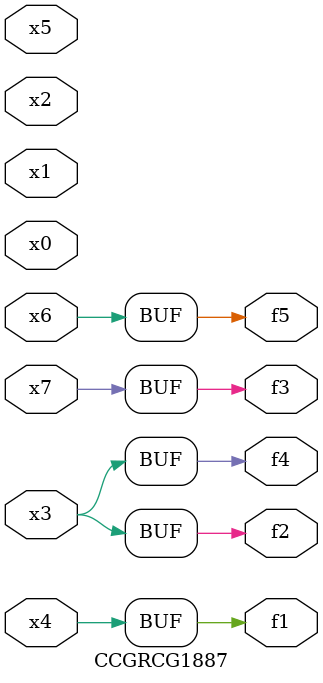
<source format=v>
module CCGRCG1887(
	input x0, x1, x2, x3, x4, x5, x6, x7,
	output f1, f2, f3, f4, f5
);
	assign f1 = x4;
	assign f2 = x3;
	assign f3 = x7;
	assign f4 = x3;
	assign f5 = x6;
endmodule

</source>
